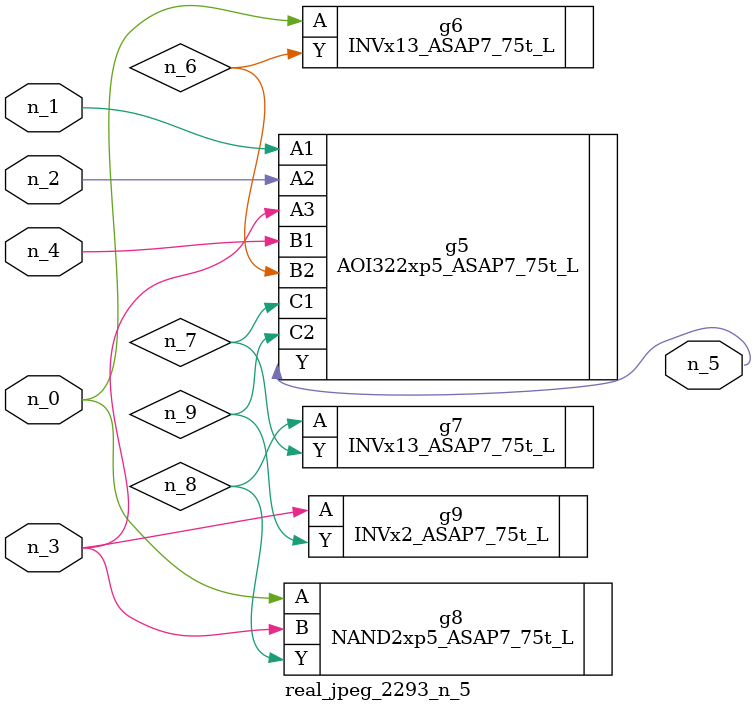
<source format=v>
module real_jpeg_2293_n_5 (n_4, n_0, n_1, n_2, n_3, n_5);

input n_4;
input n_0;
input n_1;
input n_2;
input n_3;

output n_5;

wire n_8;
wire n_6;
wire n_7;
wire n_9;

INVx13_ASAP7_75t_L g6 ( 
.A(n_0),
.Y(n_6)
);

NAND2xp5_ASAP7_75t_L g8 ( 
.A(n_0),
.B(n_3),
.Y(n_8)
);

AOI322xp5_ASAP7_75t_L g5 ( 
.A1(n_1),
.A2(n_2),
.A3(n_3),
.B1(n_4),
.B2(n_6),
.C1(n_7),
.C2(n_9),
.Y(n_5)
);

INVx2_ASAP7_75t_L g9 ( 
.A(n_3),
.Y(n_9)
);

INVx13_ASAP7_75t_L g7 ( 
.A(n_8),
.Y(n_7)
);


endmodule
</source>
